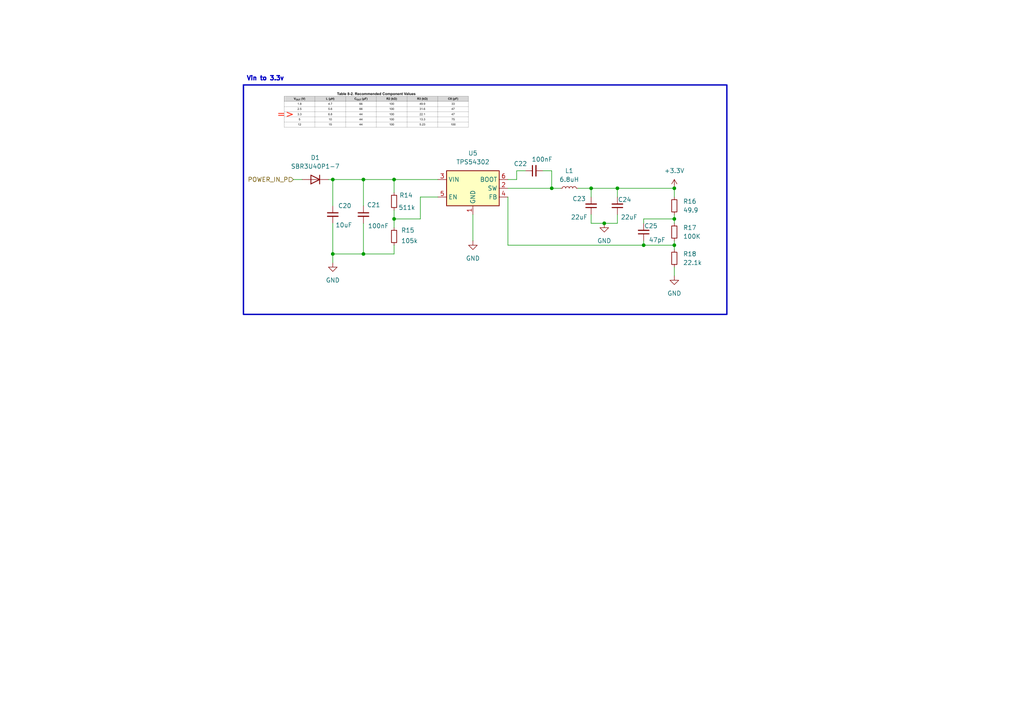
<source format=kicad_sch>
(kicad_sch (version 20250114) (generator "eeschema") (generator_version "9.0")
  (paper "A4")
  (title_block (title "Mini Power Logger") (date "2025-11-06") (rev "V0.1") (company "Mergened") (comment 1 "oesen@mergened.com") (comment 2 "Designed by: Oğuzhan EŞEN"))
  (lib_symbols
    (symbol "Device:C_Small" (pin_numbers (hide yes)) (pin_names (offset 0.254) (hide yes))
      (property "Reference" "C" (at 0.254 1.778 0))
      (property "Value" "C_Small" (at 0.254 -2.032 0))
      (symbol "C_Small_0_1"
        (polyline (pts (xy -1.524 0.508) (xy 1.524 0.508)) (stroke (width 0.3048)))
        (polyline (pts (xy -1.524 -0.508) (xy 1.524 -0.508)) (stroke (width 0.3302)))
      )
      (symbol "C_Small_1_1"
        (pin passive line (at 0 2.54 270) (length 2.032) (name "~") (number "1"))
        (pin passive line (at 0 -2.54 90) (length 2.032) (name "~") (number "2"))
      )
    )
    (symbol "Device:D" (pin_numbers (hide yes)) (pin_names (offset 1.016) (hide yes))
      (property "Reference" "D" (at 0 2.54 0))
      (property "Value" "D" (at 0 -2.54 0))
      (symbol "D_0_1"
        (polyline (pts (xy -1.27 1.27) (xy -1.27 -1.27)) (stroke (width 0.254)))
        (polyline (pts (xy 1.27 1.27) (xy 1.27 -1.27) (xy -1.27 0) (xy 1.27 1.27)) (stroke (width 0.254)))
        (polyline (pts (xy 1.27 0) (xy -1.27 0)))
      )
      (symbol "D_1_1"
        (pin passive line (at -3.81 0 0) (length 2.54) (name "K") (number "1"))
        (pin passive line (at 3.81 0 180) (length 2.54) (name "A") (number "2"))
      )
    )
    (symbol "Device:L_Small" (pin_numbers (hide yes)) (pin_names (offset 0.254) (hide yes))
      (property "Reference" "L" (at 0.762 1.016 0))
      (property "Value" "L_Small" (at 0.762 -1.016 0))
      (symbol "L_Small_0_1"
        (arc (start 0 2.032) (mid 0.5058 1.524) (end 0 1.016))
        (arc (start 0 1.016) (mid 0.5058 0.508) (end 0 0))
        (arc (start 0 0) (mid 0.5058 -0.508) (end 0 -1.016))
        (arc (start 0 -1.016) (mid 0.5058 -1.524) (end 0 -2.032))
      )
      (symbol "L_Small_1_1"
        (pin passive line (at 0 2.54 270) (length 0.508) (name "~") (number "1"))
        (pin passive line (at 0 -2.54 90) (length 0.508) (name "~") (number "2"))
      )
    )
    (symbol "Device:R_Small" (pin_numbers (hide yes)) (pin_names (offset 0.254) (hide yes))
      (property "Reference" "R" (at 0.762 0.508 0))
      (property "Value" "R_Small" (at 0.762 -1.016 0))
      (symbol "R_Small_0_1"
        (rectangle (start -0.762 1.778) (end 0.762 -1.778) (stroke (width 0.2032)))
      )
      (symbol "R_Small_1_1"
        (pin passive line (at 0 2.54 270) (length 0.762) (name "~") (number "1"))
        (pin passive line (at 0 -2.54 90) (length 0.762) (name "~") (number "2"))
      )
    )
    (symbol "Regulator_Switching:TPS54302"
      (property "Reference" "U" (at -7.62 6.35 0))
      (property "Value" "TPS54302" (at 0 6.35 0))
      (symbol "TPS54302_0_1"
        (rectangle (start -7.62 5.08) (end 7.62 -5.08) (stroke (width 0.254)) (fill (type background)))
      )
      (symbol "TPS54302_1_1"
        (pin power_in line (at -10.16 2.54 0) (length 2.54) (name "VIN") (number "3"))
        (pin input line (at -10.16 -2.54 0) (length 2.54) (name "EN") (number "5"))
        (pin power_in line (at 0 -7.62 90) (length 2.54) (name "GND") (number "1"))
        (pin passive line (at 10.16 2.54 180) (length 2.54) (name "BOOT") (number "6"))
        (pin power_out line (at 10.16 0 180) (length 2.54) (name "SW") (number "2"))
        (pin input line (at 10.16 -2.54 180) (length 2.54) (name "FB") (number "4"))
      )
    )
    (symbol "power:+3.3V" (power) (pin_numbers (hide yes)) (pin_names (offset 0) (hide yes))
      (property "Value" "+3.3V" (at 0 3.556 0))
      (symbol "+3.3V_0_1"
        (polyline (pts (xy -0.762 1.27) (xy 0 2.54)))
        (polyline (pts (xy 0 2.54) (xy 0.762 1.27)))
        (polyline (pts (xy 0 0) (xy 0 2.54)))
      )
      (symbol "+3.3V_1_1"
        (pin power_in line (at 0 0 90) (length 0) (name "~") (number "1"))
      )
    )
    (symbol "power:GND" (power) (pin_numbers (hide yes)) (pin_names (offset 0) (hide yes))
      (property "Value" "GND" (at 0 -3.81 0))
      (symbol "GND_0_1"
        (polyline (pts (xy 0 0) (xy 0 -1.27) (xy 1.27 -1.27) (xy 0 -2.54) (xy -1.27 -1.27) (xy 0 -1.27)))
      )
      (symbol "GND_1_1"
        (pin power_in line (at 0 0 270) (length 0) (name "~") (number "1"))
      )
    )
  )
  (rectangle (start 70.612 24.638) (end 210.82 91.186) (stroke (width 0.4)))
  (text "Vin to 3.3v" (at 76.962 22.86 0) (effects (font (size 1.27 1.27) (thickness 0.4) (bold yes))))
  (text "=>" (at 82.804 33.274 0) (effects (font (size 2 2) (thickness 0.25))))
  (junction (at 114.3 63.5))
  (junction (at 105.41 52.07))
  (junction (at 195.58 71.12))
  (junction (at 96.52 73.66))
  (junction (at 171.45 54.61))
  (junction (at 175.26 64.77))
  (junction (at 96.52 52.07))
  (junction (at 114.3 52.07))
  (junction (at 105.41 73.66))
  (junction (at 179.07 54.61))
  (junction (at 195.58 63.5))
  (junction (at 186.69 71.12))
  (junction (at 195.58 54.61))
  (junction (at 160.02 54.61))
  (wire (pts (xy 179.07 54.61) (xy 195.58 54.61)))
  (wire (pts (xy 195.58 63.5) (xy 195.58 64.77)))
  (wire (pts (xy 171.45 54.61) (xy 179.07 54.61)))
  (wire (pts (xy 105.41 64.77) (xy 105.41 73.66)))
  (wire (pts (xy 195.58 71.12) (xy 195.58 72.39)))
  (wire (pts (xy 96.52 52.07) (xy 96.52 59.69)))
  (wire (pts (xy 105.41 52.07) (xy 114.3 52.07)))
  (wire (pts (xy 147.32 52.07) (xy 149.86 52.07)))
  (wire (pts (xy 157.48 49.53) (xy 160.02 49.53)))
  (wire (pts (xy 171.45 64.77) (xy 175.26 64.77)))
  (wire (pts (xy 147.32 71.12) (xy 147.32 57.15)))
  (wire (pts (xy 96.52 52.07) (xy 105.41 52.07)))
  (wire (pts (xy 114.3 63.5) (xy 114.3 66.04)))
  (wire (pts (xy 171.45 62.23) (xy 171.45 64.77)))
  (wire (pts (xy 195.58 54.61) (xy 195.58 57.15)))
  (wire (pts (xy 195.58 77.47) (xy 195.58 80.01)))
  (wire (pts (xy 114.3 71.12) (xy 114.3 73.66)))
  (wire (pts (xy 114.3 52.07) (xy 127 52.07)))
  (wire (pts (xy 186.69 71.12) (xy 195.58 71.12)))
  (wire (pts (xy 96.52 73.66) (xy 96.52 76.2)))
  (wire (pts (xy 137.16 62.23) (xy 137.16 69.85)))
  (wire (pts (xy 186.69 63.5) (xy 186.69 64.77)))
  (wire (pts (xy 175.26 64.77) (xy 179.07 64.77)))
  (wire (pts (xy 195.58 62.23) (xy 195.58 63.5)))
  (wire (pts (xy 114.3 60.96) (xy 114.3 63.5)))
  (wire (pts (xy 167.64 54.61) (xy 171.45 54.61)))
  (wire (pts (xy 179.07 57.15) (xy 179.07 54.61)))
  (wire (pts (xy 105.41 52.07) (xy 105.41 59.69)))
  (wire (pts (xy 179.07 62.23) (xy 179.07 64.77)))
  (wire (pts (xy 85.09 52.07) (xy 87.63 52.07)))
  (wire (pts (xy 105.41 73.66) (xy 114.3 73.66)))
  (wire (pts (xy 96.52 73.66) (xy 105.41 73.66)))
  (wire (pts (xy 195.58 63.5) (xy 186.69 63.5)))
  (wire (pts (xy 121.92 57.15) (xy 127 57.15)))
  (wire (pts (xy 171.45 54.61) (xy 171.45 57.15)))
  (wire (pts (xy 186.69 71.12) (xy 147.32 71.12)))
  (wire (pts (xy 114.3 63.5) (xy 121.92 63.5)))
  (wire (pts (xy 149.86 52.07) (xy 149.86 49.53)))
  (wire (pts (xy 160.02 54.61) (xy 162.56 54.61)))
  (wire (pts (xy 96.52 64.77) (xy 96.52 73.66)))
  (wire (pts (xy 95.25 52.07) (xy 96.52 52.07)))
  (wire (pts (xy 114.3 55.88) (xy 114.3 52.07)))
  (wire (pts (xy 195.58 69.85) (xy 195.58 71.12)))
  (wire (pts (xy 147.32 54.61) (xy 160.02 54.61)))
  (wire (pts (xy 149.86 49.53) (xy 152.4 49.53)))
  (wire (pts (xy 121.92 63.5) (xy 121.92 57.15)))
  (wire (pts (xy 186.69 69.85) (xy 186.69 71.12)))
  (wire (pts (xy 160.02 49.53) (xy 160.02 54.61)))
  (image (at 109.728 33.528) (scale 0.301398))
  (hierarchical_label "POWER_IN_P" (shape input) (at 85.09 52.07 180))
  (symbol (lib_id "Device:R_Small") (at 195.58 67.31 0) (unit 1)
    (property "Reference" "R17" (at 198.12 66.0399 0) (effects (justify left)))
    (property "Value" "100K" (at 198.12 68.5799 0) (effects (justify left)))
    (property "Footprint" "Resistor_SMD:R_0603_1608Metric" (effects (hide yes)))
    (property "Description" "Resistor, small symbol" (effects (hide yes)))
    (property "OZDISAN" "RC0603JR-07100KL" (effects (hide yes)))
    (property "özdisan" "RC0603JR-07100KL" (effects (hide yes)))
  )
  (symbol (lib_id "Device:C_Small") (at 179.07 59.69 180) (unit 1)
    (property "Reference" "C24" (at 183.134 57.912 0) (effects (justify left)))
    (property "Value" "22uF" (at 184.912 62.992 0) (effects (justify left)))
    (property "Footprint" "Capacitor_SMD:C_0603_1608Metric" (effects (hide yes)))
    (property "Description" "Unpolarized capacitor, small symbol" (effects (hide yes)))
    (property "OZDISAN" "GRM188C61E226ME01J  " (effects (hide yes)))
    (property "özdisan" "GRM188C61E226ME01J  " (effects (hide yes)))
  )
  (symbol (lib_id "Device:C_Small") (at 186.69 67.31 180) (unit 1)
    (property "Reference" "C25" (at 190.754 65.532 0) (effects (justify left)))
    (property "Value" "47pF" (at 193.04 69.596 0) (effects (justify left)))
    (property "Footprint" "Capacitor_SMD:C_0603_1608Metric" (effects (hide yes)))
    (property "Description" "Unpolarized capacitor, small symbol" (effects (hide yes)))
    (property "OZDISAN" "CL10C680JB8NNNC" (effects (hide yes)))
    (property "özdisan" "CL10C680JB8NNNC" (effects (hide yes)))
  )
  (symbol (lib_id "power:GND") (at 175.26 64.77 0) (unit 1)
    (property "Reference" "#PWR051" (effects (hide yes)))
    (property "Value" "GND" (at 175.26 69.85 0))
    (property "Description" "Power symbol creates a global label with name \"GND\" , ground" (effects (hide yes)))
  )
  (symbol (lib_id "Device:R_Small") (at 195.58 59.69 0) (unit 1)
    (property "Reference" "R16" (at 198.12 58.4199 0) (effects (justify left)))
    (property "Value" "49.9" (at 198.12 60.9599 0) (effects (justify left)))
    (property "Footprint" "Resistor_SMD:R_0603_1608Metric" (effects (hide yes)))
    (property "Description" "Resistor, small symbol" (effects (hide yes)))
    (property "OZDISAN" "0603SAF499JT5E" (effects (hide yes)))
    (property "özdisan" "0603SAF499JT5E" (effects (hide yes)))
  )
  (symbol (lib_id "Device:C_Small") (at 154.94 49.53 90) (unit 1)
    (property "Reference" "C22" (at 152.908 47.498 90) (effects (justify left)))
    (property "Value" "100nF" (at 160.274 46.228 90) (effects (justify left)))
    (property "Footprint" "Capacitor_SMD:C_0603_1608Metric" (effects (hide yes)))
    (property "Description" "Unpolarized capacitor, small symbol" (effects (hide yes)))
    (property "OZDISAN" "CC0603KRX7R9BB104" (effects (hide yes)))
    (property "özdisan" "CC0603KRX7R9BB104 " (effects (hide yes)))
  )
  (symbol (lib_id "power:GND") (at 96.52 76.2 0) (unit 1)
    (property "Reference" "#PWR049" (effects (hide yes)))
    (property "Value" "GND" (at 96.52 81.28 0))
    (property "Description" "Power symbol creates a global label with name \"GND\" , ground" (effects (hide yes)))
  )
  (symbol (lib_id "Device:C_Small") (at 96.52 62.23 0) (unit 1)
    (property "Reference" "C20" (at 98.044 59.69 0) (effects (justify left)))
    (property "Value" "10uF" (at 97.282 65.278 0) (effects (justify left)))
    (property "Footprint" "Capacitor_SMD:C_0805_2012Metric" (effects (hide yes)))
    (property "Description" "MLCC (2012) 0805 10uF 35VDC ±10% X6S" (effects (hide yes)))
    (property "OZDISAN" "GRM21BC8YA106KE11L" (effects (hide yes)))
    (property "özdisan" "GRM21BC8YA106KE11L" (effects (hide yes)))
  )
  (symbol (lib_id "Regulator_Switching:TPS54302") (at 137.16 54.61 0) (unit 1)
    (property "Reference" "U5" (at 137.16 44.45 0))
    (property "Value" "TPS54302" (at 137.16 46.99 0))
    (property "Footprint" "Package_TO_SOT_SMD:SOT-23-6" (effects (hide yes)))
    (property "Datasheet" "http://www.ti.com/lit/ds/symlink/tps54302.pdf" (effects (hide yes)))
    (property "Description" "3A, 4.5 to 28V Input, EMI Friendly integrated switch synchronous step-down regulator, pulse-skipping, SOT-23-6" (effects (hide yes)))
    (property "OZDISAN" "TPS54302DDCR" (effects (hide yes)))
    (property "özdisan" "TPS54302DDCR" (effects (hide yes)))
  )
  (symbol (lib_id "power:GND") (at 195.58 80.01 0) (unit 1)
    (property "Reference" "#PWR053" (effects (hide yes)))
    (property "Value" "GND" (at 195.58 85.09 0))
    (property "Description" "Power symbol creates a global label with name \"GND\" , ground" (effects (hide yes)))
  )
  (symbol (lib_id "Device:R_Small") (at 114.3 68.58 0) (unit 1)
    (property "Reference" "R15" (at 116.332 66.802 0) (effects (justify left)))
    (property "Value" "105k" (at 116.332 69.85 0) (effects (justify left)))
    (property "Footprint" "Resistor_SMD:R_0603_1608Metric_Pad0.98x0.95mm_HandSolder" (effects (hide yes)))
    (property "Description" "Resistor, small symbol" (effects (hide yes)))
    (property "OZDISAN" "0603SAF1053T5E" (effects (hide yes)))
    (property "özdisan" "0603SAF1053T5E" (effects (hide yes)))
  )
  (symbol (lib_id "Device:L_Small") (at 165.1 54.61 90) (unit 1)
    (property "Reference" "L1" (at 165.1 49.53 90))
    (property "Value" "6.8uH" (at 165.1 52.07 90))
    (property "Footprint" "footprints:INDC6060X300" (effects (hide yes)))
    (property "Description" "Inductor, small symbol" (effects (hide yes)))
    (property "OZDISAN" " SRI0704-100M" (effects (hide yes)))
    (property "özdisan" " SRI0704-100M" (effects (hide yes)))
  )
  (symbol (lib_id "Device:D") (at 91.44 52.07 180) (unit 1)
    (property "Reference" "D1" (at 91.44 45.72 0))
    (property "Value" "SBR3U40P1-7" (at 91.44 48.26 0))
    (property "Footprint" "Diode_SMD:D_PowerDI-123" (effects (hide yes)))
    (property "Datasheet" "https://cdn.ozdisan.com/ETicaret_Dosya/1050102_171441278..pdf" (effects (hide yes)))
    (property "Description" "DIODE SBR 40V 3A POWERDI123" (effects (hide yes)))
    (property "Sim.Device" "D" (effects (hide yes)))
    (property "Sim.Pins" "1=K 2=A" (effects (hide yes)))
    (property "OZDISAN" "SBR3U40P1-7" (effects (hide yes)))
    (property "özdisan" "SBR3U40P1-7" (effects (hide yes)))
  )
  (symbol (lib_id "Device:R_Small") (at 195.58 74.93 0) (unit 1)
    (property "Reference" "R18" (at 198.12 73.6599 0) (effects (justify left)))
    (property "Value" "22.1k" (at 198.12 76.1999 0) (effects (justify left)))
    (property "Footprint" "Resistor_SMD:R_0603_1608Metric" (effects (hide yes)))
    (property "Description" "Resistor, small symbol" (effects (hide yes)))
    (property "DIGIKEY" "0603SAF1332T5E" (effects (hide yes)))
    (property "OZDISAN" "0603SAF1332T5E" (effects (hide yes)))
    (property "özdisan" "0603SAF2212T5E" (effects (hide yes)))
  )
  (symbol (lib_id "Device:C_Small") (at 171.45 59.69 180) (unit 1)
    (property "Reference" "C23" (at 169.926 57.658 0) (effects (justify left)))
    (property "Value" "22uF" (at 170.434 62.992 0) (effects (justify left)))
    (property "Footprint" "Capacitor_SMD:C_0603_1608Metric" (effects (hide yes)))
    (property "Description" "Unpolarized capacitor, small symbol" (effects (hide yes)))
    (property "OZDISAN" "GRM188C61E226ME01J  " (effects (hide yes)))
    (property "özdisan" "GRM188C61E226ME01J  " (effects (hide yes)))
  )
  (symbol (lib_id "Device:C_Small") (at 105.41 62.23 0) (unit 1)
    (property "Reference" "C21" (at 106.426 59.436 0) (effects (justify left)))
    (property "Value" "100nF" (at 106.68 65.532 0) (effects (justify left)))
    (property "Footprint" "Capacitor_SMD:C_0603_1608Metric" (effects (hide yes)))
    (property "Description" "Unpolarized capacitor, small symbol" (effects (hide yes)))
    (property "OZDISAN" "CC0603KRX7R9BB104" (effects (hide yes)))
    (property "özdisan" "CC0603KRX7R9BB104 " (effects (hide yes)))
  )
  (symbol (lib_id "Device:R_Small") (at 114.3 58.42 0) (unit 1)
    (property "Reference" "R14" (at 115.824 56.642 0) (effects (justify left)))
    (property "Value" "511k" (at 115.57 60.198 0) (effects (justify left)))
    (property "Footprint" "Resistor_SMD:R_0603_1608Metric_Pad0.98x0.95mm_HandSolder" (effects (hide yes)))
    (property "Description" "Resistor, small symbol" (effects (hide yes)))
    (property "OZDISAN" "0603SAF5113T5E" (effects (hide yes)))
    (property "özdisan" "0603SAF5113T5E" (effects (hide yes)))
  )
  (symbol (lib_id "power:GND") (at 137.16 69.85 0) (unit 1)
    (property "Reference" "#PWR050" (effects (hide yes)))
    (property "Value" "GND" (at 137.16 74.93 0))
    (property "Description" "Power symbol creates a global label with name \"GND\" , ground" (effects (hide yes)))
  )
  (symbol (lib_id "power:+3.3V") (at 195.58 54.61 0) (unit 1)
    (property "Reference" "#PWR052" (effects (hide yes)))
    (property "Value" "+3.3V" (at 195.58 49.53 0))
    (property "Description" "Power symbol creates a global label with name \"+3.3V\"" (effects (hide yes)))
  )
)
</source>
